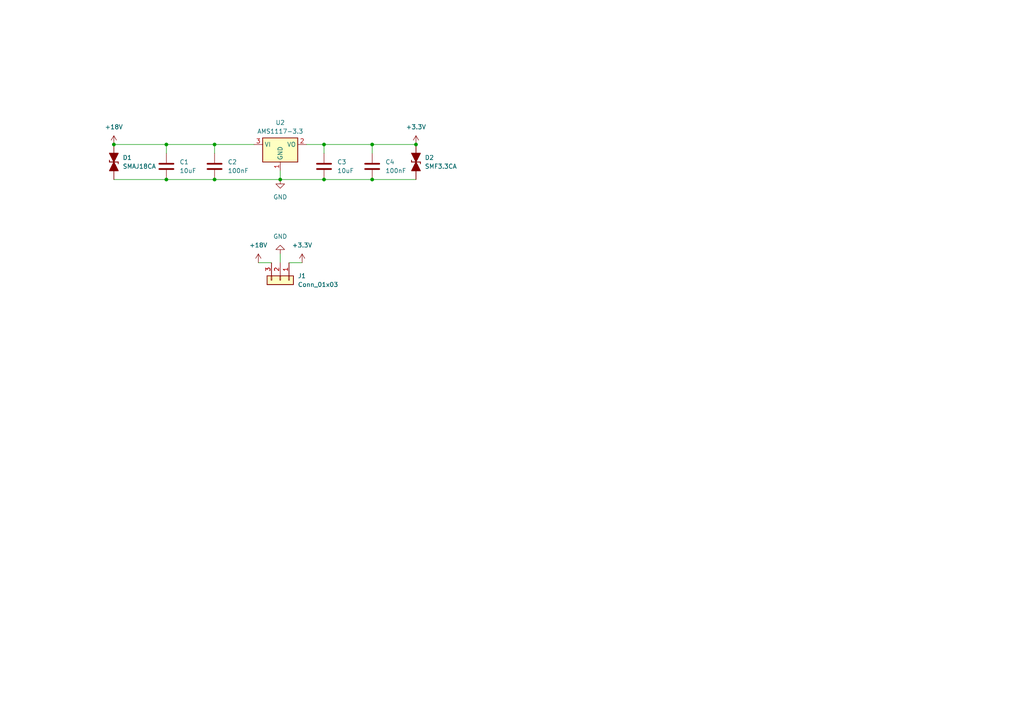
<source format=kicad_sch>
(kicad_sch
	(version 20250114)
	(generator "eeschema")
	(generator_version "9.0")
	(uuid "1df6ae02-d3d4-4e02-9ae3-4242eafe4dc1")
	(paper "A4")
	(lib_symbols
		(symbol "Connector_Generic:Conn_01x03"
			(pin_names
				(offset 1.016)
				(hide yes)
			)
			(exclude_from_sim no)
			(in_bom yes)
			(on_board yes)
			(property "Reference" "J"
				(at 0 5.08 0)
				(effects
					(font
						(size 1.27 1.27)
					)
				)
			)
			(property "Value" "Conn_01x03"
				(at 0 -5.08 0)
				(effects
					(font
						(size 1.27 1.27)
					)
				)
			)
			(property "Footprint" ""
				(at 0 0 0)
				(effects
					(font
						(size 1.27 1.27)
					)
					(hide yes)
				)
			)
			(property "Datasheet" "~"
				(at 0 0 0)
				(effects
					(font
						(size 1.27 1.27)
					)
					(hide yes)
				)
			)
			(property "Description" "Generic connector, single row, 01x03, script generated (kicad-library-utils/schlib/autogen/connector/)"
				(at 0 0 0)
				(effects
					(font
						(size 1.27 1.27)
					)
					(hide yes)
				)
			)
			(property "ki_keywords" "connector"
				(at 0 0 0)
				(effects
					(font
						(size 1.27 1.27)
					)
					(hide yes)
				)
			)
			(property "ki_fp_filters" "Connector*:*_1x??_*"
				(at 0 0 0)
				(effects
					(font
						(size 1.27 1.27)
					)
					(hide yes)
				)
			)
			(symbol "Conn_01x03_1_1"
				(rectangle
					(start -1.27 3.81)
					(end 1.27 -3.81)
					(stroke
						(width 0.254)
						(type default)
					)
					(fill
						(type background)
					)
				)
				(rectangle
					(start -1.27 2.667)
					(end 0 2.413)
					(stroke
						(width 0.1524)
						(type default)
					)
					(fill
						(type none)
					)
				)
				(rectangle
					(start -1.27 0.127)
					(end 0 -0.127)
					(stroke
						(width 0.1524)
						(type default)
					)
					(fill
						(type none)
					)
				)
				(rectangle
					(start -1.27 -2.413)
					(end 0 -2.667)
					(stroke
						(width 0.1524)
						(type default)
					)
					(fill
						(type none)
					)
				)
				(pin passive line
					(at -5.08 2.54 0)
					(length 3.81)
					(name "Pin_1"
						(effects
							(font
								(size 1.27 1.27)
							)
						)
					)
					(number "1"
						(effects
							(font
								(size 1.27 1.27)
							)
						)
					)
				)
				(pin passive line
					(at -5.08 0 0)
					(length 3.81)
					(name "Pin_2"
						(effects
							(font
								(size 1.27 1.27)
							)
						)
					)
					(number "2"
						(effects
							(font
								(size 1.27 1.27)
							)
						)
					)
				)
				(pin passive line
					(at -5.08 -2.54 0)
					(length 3.81)
					(name "Pin_3"
						(effects
							(font
								(size 1.27 1.27)
							)
						)
					)
					(number "3"
						(effects
							(font
								(size 1.27 1.27)
							)
						)
					)
				)
			)
			(embedded_fonts no)
		)
		(symbol "Library:SMF3.3CA"
			(pin_numbers
				(hide yes)
			)
			(pin_names
				(offset 1.016)
				(hide yes)
			)
			(exclude_from_sim no)
			(in_bom yes)
			(on_board yes)
			(property "Reference" "D"
				(at 0 5.08 0)
				(effects
					(font
						(size 1.27 1.27)
					)
				)
			)
			(property "Value" "SMF3.3CA"
				(at 0 2.54 0)
				(effects
					(font
						(size 1.27 1.27)
					)
				)
			)
			(property "Footprint" "PCM_Diode_SMD_AKL:D_SOD-123F"
				(at 0 0 0)
				(effects
					(font
						(size 1.27 1.27)
					)
					(hide yes)
				)
			)
			(property "Datasheet" "https://item.szlcsc.com/48682096.html?fromZone=s_s__%2522SMF3.3CA%2522&spm=sc.gb.xh1.zy.n___sc.it.hd.ss&lcsc_vid=RVRcUVYDElFdXlJeRAALAwJQTwNeBgZeQ1QMUwJSRlQxVlNSQVZWVV1VR1lXVTtW"
				(at 0 0 0)
				(effects
					(font
						(size 1.27 1.27)
					)
					(hide yes)
				)
			)
			(property "Description" "SOD-123F Bidirectional TVS Diode, 5V, 200W, Alternate KiCAD Library"
				(at 0 0 0)
				(effects
					(font
						(size 1.27 1.27)
					)
					(hide yes)
				)
			)
			(property "ki_keywords" "diode TVS bidirectional SMF-CA"
				(at 0 0 0)
				(effects
					(font
						(size 1.27 1.27)
					)
					(hide yes)
				)
			)
			(property "ki_fp_filters" "TO-???* *_Diode_* *SingleDiode* D_*"
				(at 0 0 0)
				(effects
					(font
						(size 1.27 1.27)
					)
					(hide yes)
				)
			)
			(symbol "SMF3.3CA_0_1"
				(polyline
					(pts
						(xy 0 1.27) (xy 0 -1.27)
					)
					(stroke
						(width 0.254)
						(type default)
					)
					(fill
						(type none)
					)
				)
				(polyline
					(pts
						(xy 0 1.27) (xy 0.508 1.27)
					)
					(stroke
						(width 0.254)
						(type default)
					)
					(fill
						(type none)
					)
				)
				(polyline
					(pts
						(xy 0 0) (xy -2.54 1.27) (xy -2.54 -1.27) (xy 0 0)
					)
					(stroke
						(width 0.254)
						(type default)
					)
					(fill
						(type outline)
					)
				)
				(polyline
					(pts
						(xy 0 -1.27) (xy -0.508 -1.27)
					)
					(stroke
						(width 0.254)
						(type default)
					)
					(fill
						(type none)
					)
				)
				(polyline
					(pts
						(xy 1.27 0) (xy -1.27 0)
					)
					(stroke
						(width 0)
						(type default)
					)
					(fill
						(type none)
					)
				)
				(polyline
					(pts
						(xy 2.54 1.27) (xy 2.54 -1.27) (xy 0 0) (xy 2.54 1.27)
					)
					(stroke
						(width 0.254)
						(type default)
					)
					(fill
						(type outline)
					)
				)
			)
			(symbol "SMF3.3CA_0_2"
				(polyline
					(pts
						(xy -3.81 -3.81) (xy 3.81 3.81)
					)
					(stroke
						(width 0)
						(type default)
					)
					(fill
						(type none)
					)
				)
				(polyline
					(pts
						(xy -1.778 -1.778) (xy -2.667 -0.889) (xy 0 0) (xy -0.889 -2.667) (xy -1.778 -1.778)
					)
					(stroke
						(width 0.254)
						(type default)
					)
					(fill
						(type outline)
					)
				)
				(polyline
					(pts
						(xy -0.889 0.889) (xy -1.27 0.508)
					)
					(stroke
						(width 0.254)
						(type default)
					)
					(fill
						(type none)
					)
				)
				(polyline
					(pts
						(xy -0.889 0.889) (xy 0.889 -0.889)
					)
					(stroke
						(width 0.254)
						(type default)
					)
					(fill
						(type none)
					)
				)
				(polyline
					(pts
						(xy 0.889 -0.889) (xy 1.27 -0.508)
					)
					(stroke
						(width 0.254)
						(type default)
					)
					(fill
						(type none)
					)
				)
				(polyline
					(pts
						(xy 1.778 1.778) (xy 2.667 0.889) (xy 0 0) (xy 0.889 2.667) (xy 1.778 1.778)
					)
					(stroke
						(width 0.254)
						(type default)
					)
					(fill
						(type outline)
					)
				)
			)
			(symbol "SMF3.3CA_1_1"
				(pin passive line
					(at -5.08 0 0)
					(length 2.54)
					(name "K"
						(effects
							(font
								(size 1.27 1.27)
							)
						)
					)
					(number "1"
						(effects
							(font
								(size 1.27 1.27)
							)
						)
					)
				)
				(pin passive line
					(at 5.08 0 180)
					(length 2.54)
					(name "A"
						(effects
							(font
								(size 1.27 1.27)
							)
						)
					)
					(number "2"
						(effects
							(font
								(size 1.27 1.27)
							)
						)
					)
				)
			)
			(symbol "SMF3.3CA_1_2"
				(pin passive line
					(at -3.81 -3.81 0)
					(length 0)
					(name "A"
						(effects
							(font
								(size 1.27 1.27)
							)
						)
					)
					(number "2"
						(effects
							(font
								(size 1.27 1.27)
							)
						)
					)
				)
				(pin passive line
					(at 3.81 3.81 180)
					(length 0)
					(name "K"
						(effects
							(font
								(size 1.27 1.27)
							)
						)
					)
					(number "1"
						(effects
							(font
								(size 1.27 1.27)
							)
						)
					)
				)
			)
			(embedded_fonts no)
		)
		(symbol "PCM_Capacitor_US_AKL:C_1206"
			(pin_numbers
				(hide yes)
			)
			(pin_names
				(offset 0.254)
			)
			(exclude_from_sim no)
			(in_bom yes)
			(on_board yes)
			(property "Reference" "C"
				(at 0.635 2.54 0)
				(effects
					(font
						(size 1.27 1.27)
					)
					(justify left)
				)
			)
			(property "Value" "C_1206"
				(at 0.635 -2.54 0)
				(effects
					(font
						(size 1.27 1.27)
					)
					(justify left)
				)
			)
			(property "Footprint" "PCM_Capacitor_SMD_AKL:C_1206_3216Metric"
				(at 0.9652 -3.81 0)
				(effects
					(font
						(size 1.27 1.27)
					)
					(hide yes)
				)
			)
			(property "Datasheet" "~"
				(at 0 0 0)
				(effects
					(font
						(size 1.27 1.27)
					)
					(hide yes)
				)
			)
			(property "Description" "SMD 1206 MLCC capacitor, Alternate KiCad Library"
				(at 0 0 0)
				(effects
					(font
						(size 1.27 1.27)
					)
					(hide yes)
				)
			)
			(property "ki_keywords" "cap capacitor ceramic chip mlcc smd 1206"
				(at 0 0 0)
				(effects
					(font
						(size 1.27 1.27)
					)
					(hide yes)
				)
			)
			(property "ki_fp_filters" "C_*"
				(at 0 0 0)
				(effects
					(font
						(size 1.27 1.27)
					)
					(hide yes)
				)
			)
			(symbol "C_1206_0_1"
				(polyline
					(pts
						(xy -2.032 0.762) (xy 2.032 0.762)
					)
					(stroke
						(width 0.508)
						(type default)
					)
					(fill
						(type none)
					)
				)
				(polyline
					(pts
						(xy -2.032 -0.762) (xy 2.032 -0.762)
					)
					(stroke
						(width 0.508)
						(type default)
					)
					(fill
						(type none)
					)
				)
			)
			(symbol "C_1206_0_2"
				(polyline
					(pts
						(xy -2.54 -2.54) (xy -0.381 -0.381)
					)
					(stroke
						(width 0)
						(type default)
					)
					(fill
						(type none)
					)
				)
				(polyline
					(pts
						(xy -0.508 -0.508) (xy -1.651 0.635)
					)
					(stroke
						(width 0.508)
						(type default)
					)
					(fill
						(type none)
					)
				)
				(polyline
					(pts
						(xy -0.508 -0.508) (xy 0.635 -1.651)
					)
					(stroke
						(width 0.508)
						(type default)
					)
					(fill
						(type none)
					)
				)
				(polyline
					(pts
						(xy 0.381 0.381) (xy 2.54 2.54)
					)
					(stroke
						(width 0)
						(type default)
					)
					(fill
						(type none)
					)
				)
				(polyline
					(pts
						(xy 0.508 0.508) (xy -0.635 1.651)
					)
					(stroke
						(width 0.508)
						(type default)
					)
					(fill
						(type none)
					)
				)
				(polyline
					(pts
						(xy 0.508 0.508) (xy 1.651 -0.635)
					)
					(stroke
						(width 0.508)
						(type default)
					)
					(fill
						(type none)
					)
				)
			)
			(symbol "C_1206_1_1"
				(pin passive line
					(at 0 3.81 270)
					(length 2.794)
					(name "~"
						(effects
							(font
								(size 1.27 1.27)
							)
						)
					)
					(number "1"
						(effects
							(font
								(size 1.27 1.27)
							)
						)
					)
				)
				(pin passive line
					(at 0 -3.81 90)
					(length 2.794)
					(name "~"
						(effects
							(font
								(size 1.27 1.27)
							)
						)
					)
					(number "2"
						(effects
							(font
								(size 1.27 1.27)
							)
						)
					)
				)
			)
			(symbol "C_1206_1_2"
				(pin passive line
					(at -2.54 -2.54 90)
					(length 0)
					(name "~"
						(effects
							(font
								(size 1.27 1.27)
							)
						)
					)
					(number "2"
						(effects
							(font
								(size 1.27 1.27)
							)
						)
					)
				)
				(pin passive line
					(at 2.54 2.54 270)
					(length 0)
					(name "~"
						(effects
							(font
								(size 1.27 1.27)
							)
						)
					)
					(number "1"
						(effects
							(font
								(size 1.27 1.27)
							)
						)
					)
				)
			)
			(embedded_fonts no)
		)
		(symbol "PCM_Diode_TVS_AKL:SMAJ18CA"
			(pin_numbers
				(hide yes)
			)
			(pin_names
				(offset 1.016)
				(hide yes)
			)
			(exclude_from_sim no)
			(in_bom yes)
			(on_board yes)
			(property "Reference" "D"
				(at 0 5.08 0)
				(effects
					(font
						(size 1.27 1.27)
					)
				)
			)
			(property "Value" "SMAJ18CA"
				(at 0 2.54 0)
				(effects
					(font
						(size 1.27 1.27)
					)
				)
			)
			(property "Footprint" "PCM_Diode_SMD_AKL:D_SMA_TVS"
				(at 0 0 0)
				(effects
					(font
						(size 1.27 1.27)
					)
					(hide yes)
				)
			)
			(property "Datasheet" "https://www.tme.eu/Document/dbc72d81c249fe51b6ab42300e8e06d0/SMAJ_ser.pdf"
				(at 0 0 0)
				(effects
					(font
						(size 1.27 1.27)
					)
					(hide yes)
				)
			)
			(property "Description" "SMA Bidirectional TVS Diode, 18V, 400W, Alternate KiCAD Library"
				(at 0 0 0)
				(effects
					(font
						(size 1.27 1.27)
					)
					(hide yes)
				)
			)
			(property "ki_keywords" "diode TVS bidirectional SMAJ-CA"
				(at 0 0 0)
				(effects
					(font
						(size 1.27 1.27)
					)
					(hide yes)
				)
			)
			(property "ki_fp_filters" "TO-???* *_Diode_* *SingleDiode* D_*"
				(at 0 0 0)
				(effects
					(font
						(size 1.27 1.27)
					)
					(hide yes)
				)
			)
			(symbol "SMAJ18CA_0_1"
				(polyline
					(pts
						(xy 0 1.27) (xy 0 -1.27)
					)
					(stroke
						(width 0.254)
						(type default)
					)
					(fill
						(type none)
					)
				)
				(polyline
					(pts
						(xy 0 1.27) (xy 0.508 1.27)
					)
					(stroke
						(width 0.254)
						(type default)
					)
					(fill
						(type none)
					)
				)
				(polyline
					(pts
						(xy 0 0) (xy -2.54 1.27) (xy -2.54 -1.27) (xy 0 0)
					)
					(stroke
						(width 0.254)
						(type default)
					)
					(fill
						(type outline)
					)
				)
				(polyline
					(pts
						(xy 0 -1.27) (xy -0.508 -1.27)
					)
					(stroke
						(width 0.254)
						(type default)
					)
					(fill
						(type none)
					)
				)
				(polyline
					(pts
						(xy 1.27 0) (xy -1.27 0)
					)
					(stroke
						(width 0)
						(type default)
					)
					(fill
						(type none)
					)
				)
				(polyline
					(pts
						(xy 2.54 1.27) (xy 2.54 -1.27) (xy 0 0) (xy 2.54 1.27)
					)
					(stroke
						(width 0.254)
						(type default)
					)
					(fill
						(type outline)
					)
				)
			)
			(symbol "SMAJ18CA_0_2"
				(polyline
					(pts
						(xy -3.81 -3.81) (xy 3.81 3.81)
					)
					(stroke
						(width 0)
						(type default)
					)
					(fill
						(type none)
					)
				)
				(polyline
					(pts
						(xy -1.778 -1.778) (xy -2.667 -0.889) (xy 0 0) (xy -0.889 -2.667) (xy -1.778 -1.778)
					)
					(stroke
						(width 0.254)
						(type default)
					)
					(fill
						(type outline)
					)
				)
				(polyline
					(pts
						(xy -0.889 0.889) (xy -1.27 0.508)
					)
					(stroke
						(width 0.254)
						(type default)
					)
					(fill
						(type none)
					)
				)
				(polyline
					(pts
						(xy -0.889 0.889) (xy 0.889 -0.889)
					)
					(stroke
						(width 0.254)
						(type default)
					)
					(fill
						(type none)
					)
				)
				(polyline
					(pts
						(xy 0.889 -0.889) (xy 1.27 -0.508)
					)
					(stroke
						(width 0.254)
						(type default)
					)
					(fill
						(type none)
					)
				)
				(polyline
					(pts
						(xy 1.778 1.778) (xy 2.667 0.889) (xy 0 0) (xy 0.889 2.667) (xy 1.778 1.778)
					)
					(stroke
						(width 0.254)
						(type default)
					)
					(fill
						(type outline)
					)
				)
			)
			(symbol "SMAJ18CA_1_1"
				(pin passive line
					(at -5.08 0 0)
					(length 2.54)
					(name "K"
						(effects
							(font
								(size 1.27 1.27)
							)
						)
					)
					(number "1"
						(effects
							(font
								(size 1.27 1.27)
							)
						)
					)
				)
				(pin passive line
					(at 5.08 0 180)
					(length 2.54)
					(name "A"
						(effects
							(font
								(size 1.27 1.27)
							)
						)
					)
					(number "2"
						(effects
							(font
								(size 1.27 1.27)
							)
						)
					)
				)
			)
			(symbol "SMAJ18CA_1_2"
				(pin passive line
					(at -3.81 -3.81 0)
					(length 0)
					(name "A"
						(effects
							(font
								(size 1.27 1.27)
							)
						)
					)
					(number "2"
						(effects
							(font
								(size 1.27 1.27)
							)
						)
					)
				)
				(pin passive line
					(at 3.81 3.81 180)
					(length 0)
					(name "K"
						(effects
							(font
								(size 1.27 1.27)
							)
						)
					)
					(number "1"
						(effects
							(font
								(size 1.27 1.27)
							)
						)
					)
				)
			)
			(embedded_fonts no)
		)
		(symbol "Regulator_Linear:AMS1117-3.3"
			(exclude_from_sim no)
			(in_bom yes)
			(on_board yes)
			(property "Reference" "U"
				(at -3.81 3.175 0)
				(effects
					(font
						(size 1.27 1.27)
					)
				)
			)
			(property "Value" "AMS1117-3.3"
				(at 0 3.175 0)
				(effects
					(font
						(size 1.27 1.27)
					)
					(justify left)
				)
			)
			(property "Footprint" "Package_TO_SOT_SMD:SOT-223-3_TabPin2"
				(at 0 5.08 0)
				(effects
					(font
						(size 1.27 1.27)
					)
					(hide yes)
				)
			)
			(property "Datasheet" "http://www.advanced-monolithic.com/pdf/ds1117.pdf"
				(at 2.54 -6.35 0)
				(effects
					(font
						(size 1.27 1.27)
					)
					(hide yes)
				)
			)
			(property "Description" "1A Low Dropout regulator, positive, 3.3V fixed output, SOT-223"
				(at 0 0 0)
				(effects
					(font
						(size 1.27 1.27)
					)
					(hide yes)
				)
			)
			(property "ki_keywords" "linear regulator ldo fixed positive"
				(at 0 0 0)
				(effects
					(font
						(size 1.27 1.27)
					)
					(hide yes)
				)
			)
			(property "ki_fp_filters" "SOT?223*TabPin2*"
				(at 0 0 0)
				(effects
					(font
						(size 1.27 1.27)
					)
					(hide yes)
				)
			)
			(symbol "AMS1117-3.3_0_1"
				(rectangle
					(start -5.08 -5.08)
					(end 5.08 1.905)
					(stroke
						(width 0.254)
						(type default)
					)
					(fill
						(type background)
					)
				)
			)
			(symbol "AMS1117-3.3_1_1"
				(pin power_in line
					(at -7.62 0 0)
					(length 2.54)
					(name "VI"
						(effects
							(font
								(size 1.27 1.27)
							)
						)
					)
					(number "3"
						(effects
							(font
								(size 1.27 1.27)
							)
						)
					)
				)
				(pin power_in line
					(at 0 -7.62 90)
					(length 2.54)
					(name "GND"
						(effects
							(font
								(size 1.27 1.27)
							)
						)
					)
					(number "1"
						(effects
							(font
								(size 1.27 1.27)
							)
						)
					)
				)
				(pin power_out line
					(at 7.62 0 180)
					(length 2.54)
					(name "VO"
						(effects
							(font
								(size 1.27 1.27)
							)
						)
					)
					(number "2"
						(effects
							(font
								(size 1.27 1.27)
							)
						)
					)
				)
			)
			(embedded_fonts no)
		)
		(symbol "power:+12V"
			(power)
			(pin_numbers
				(hide yes)
			)
			(pin_names
				(offset 0)
				(hide yes)
			)
			(exclude_from_sim no)
			(in_bom yes)
			(on_board yes)
			(property "Reference" "#PWR"
				(at 0 -3.81 0)
				(effects
					(font
						(size 1.27 1.27)
					)
					(hide yes)
				)
			)
			(property "Value" "+12V"
				(at 0 3.556 0)
				(effects
					(font
						(size 1.27 1.27)
					)
				)
			)
			(property "Footprint" ""
				(at 0 0 0)
				(effects
					(font
						(size 1.27 1.27)
					)
					(hide yes)
				)
			)
			(property "Datasheet" ""
				(at 0 0 0)
				(effects
					(font
						(size 1.27 1.27)
					)
					(hide yes)
				)
			)
			(property "Description" "Power symbol creates a global label with name \"+12V\""
				(at 0 0 0)
				(effects
					(font
						(size 1.27 1.27)
					)
					(hide yes)
				)
			)
			(property "ki_keywords" "global power"
				(at 0 0 0)
				(effects
					(font
						(size 1.27 1.27)
					)
					(hide yes)
				)
			)
			(symbol "+12V_0_1"
				(polyline
					(pts
						(xy -0.762 1.27) (xy 0 2.54)
					)
					(stroke
						(width 0)
						(type default)
					)
					(fill
						(type none)
					)
				)
				(polyline
					(pts
						(xy 0 2.54) (xy 0.762 1.27)
					)
					(stroke
						(width 0)
						(type default)
					)
					(fill
						(type none)
					)
				)
				(polyline
					(pts
						(xy 0 0) (xy 0 2.54)
					)
					(stroke
						(width 0)
						(type default)
					)
					(fill
						(type none)
					)
				)
			)
			(symbol "+12V_1_1"
				(pin power_in line
					(at 0 0 90)
					(length 0)
					(name "~"
						(effects
							(font
								(size 1.27 1.27)
							)
						)
					)
					(number "1"
						(effects
							(font
								(size 1.27 1.27)
							)
						)
					)
				)
			)
			(embedded_fonts no)
		)
		(symbol "power:+3.3V"
			(power)
			(pin_numbers
				(hide yes)
			)
			(pin_names
				(offset 0)
				(hide yes)
			)
			(exclude_from_sim no)
			(in_bom yes)
			(on_board yes)
			(property "Reference" "#PWR"
				(at 0 -3.81 0)
				(effects
					(font
						(size 1.27 1.27)
					)
					(hide yes)
				)
			)
			(property "Value" "+3.3V"
				(at 0 3.556 0)
				(effects
					(font
						(size 1.27 1.27)
					)
				)
			)
			(property "Footprint" ""
				(at 0 0 0)
				(effects
					(font
						(size 1.27 1.27)
					)
					(hide yes)
				)
			)
			(property "Datasheet" ""
				(at 0 0 0)
				(effects
					(font
						(size 1.27 1.27)
					)
					(hide yes)
				)
			)
			(property "Description" "Power symbol creates a global label with name \"+3.3V\""
				(at 0 0 0)
				(effects
					(font
						(size 1.27 1.27)
					)
					(hide yes)
				)
			)
			(property "ki_keywords" "global power"
				(at 0 0 0)
				(effects
					(font
						(size 1.27 1.27)
					)
					(hide yes)
				)
			)
			(symbol "+3.3V_0_1"
				(polyline
					(pts
						(xy -0.762 1.27) (xy 0 2.54)
					)
					(stroke
						(width 0)
						(type default)
					)
					(fill
						(type none)
					)
				)
				(polyline
					(pts
						(xy 0 2.54) (xy 0.762 1.27)
					)
					(stroke
						(width 0)
						(type default)
					)
					(fill
						(type none)
					)
				)
				(polyline
					(pts
						(xy 0 0) (xy 0 2.54)
					)
					(stroke
						(width 0)
						(type default)
					)
					(fill
						(type none)
					)
				)
			)
			(symbol "+3.3V_1_1"
				(pin power_in line
					(at 0 0 90)
					(length 0)
					(name "~"
						(effects
							(font
								(size 1.27 1.27)
							)
						)
					)
					(number "1"
						(effects
							(font
								(size 1.27 1.27)
							)
						)
					)
				)
			)
			(embedded_fonts no)
		)
		(symbol "power:GND"
			(power)
			(pin_numbers
				(hide yes)
			)
			(pin_names
				(offset 0)
				(hide yes)
			)
			(exclude_from_sim no)
			(in_bom yes)
			(on_board yes)
			(property "Reference" "#PWR"
				(at 0 -6.35 0)
				(effects
					(font
						(size 1.27 1.27)
					)
					(hide yes)
				)
			)
			(property "Value" "GND"
				(at 0 -3.81 0)
				(effects
					(font
						(size 1.27 1.27)
					)
				)
			)
			(property "Footprint" ""
				(at 0 0 0)
				(effects
					(font
						(size 1.27 1.27)
					)
					(hide yes)
				)
			)
			(property "Datasheet" ""
				(at 0 0 0)
				(effects
					(font
						(size 1.27 1.27)
					)
					(hide yes)
				)
			)
			(property "Description" "Power symbol creates a global label with name \"GND\" , ground"
				(at 0 0 0)
				(effects
					(font
						(size 1.27 1.27)
					)
					(hide yes)
				)
			)
			(property "ki_keywords" "global power"
				(at 0 0 0)
				(effects
					(font
						(size 1.27 1.27)
					)
					(hide yes)
				)
			)
			(symbol "GND_0_1"
				(polyline
					(pts
						(xy 0 0) (xy 0 -1.27) (xy 1.27 -1.27) (xy 0 -2.54) (xy -1.27 -1.27) (xy 0 -1.27)
					)
					(stroke
						(width 0)
						(type default)
					)
					(fill
						(type none)
					)
				)
			)
			(symbol "GND_1_1"
				(pin power_in line
					(at 0 0 270)
					(length 0)
					(name "~"
						(effects
							(font
								(size 1.27 1.27)
							)
						)
					)
					(number "1"
						(effects
							(font
								(size 1.27 1.27)
							)
						)
					)
				)
			)
			(embedded_fonts no)
		)
	)
	(junction
		(at 33.02 41.91)
		(diameter 0)
		(color 0 0 0 0)
		(uuid "0be56c7b-0e81-41e7-a7cf-9b4a729366bb")
	)
	(junction
		(at 81.28 52.07)
		(diameter 0)
		(color 0 0 0 0)
		(uuid "37f0bd39-48f0-4a02-b30c-848395584503")
	)
	(junction
		(at 107.95 52.07)
		(diameter 0)
		(color 0 0 0 0)
		(uuid "514833eb-50a9-44fe-916f-294371287c75")
	)
	(junction
		(at 107.95 41.91)
		(diameter 0)
		(color 0 0 0 0)
		(uuid "64aba8ce-fd6c-4491-992c-3b04ebd53f9f")
	)
	(junction
		(at 48.26 52.07)
		(diameter 0)
		(color 0 0 0 0)
		(uuid "6badc462-3549-4c36-8e68-21b0bb8cafde")
	)
	(junction
		(at 93.98 41.91)
		(diameter 0)
		(color 0 0 0 0)
		(uuid "719da37d-a298-4564-bf72-c6c4262e0a9d")
	)
	(junction
		(at 93.98 52.07)
		(diameter 0)
		(color 0 0 0 0)
		(uuid "9042bff0-f34f-427b-85c5-6b9b00f8c2b8")
	)
	(junction
		(at 62.23 52.07)
		(diameter 0)
		(color 0 0 0 0)
		(uuid "93e780b9-2863-4b2b-b297-6be449c23a72")
	)
	(junction
		(at 62.23 41.91)
		(diameter 0)
		(color 0 0 0 0)
		(uuid "9d1d29f1-637e-4e32-bd4e-238eec1c5c0e")
	)
	(junction
		(at 120.65 41.91)
		(diameter 0)
		(color 0 0 0 0)
		(uuid "b8fa3e1b-f2e6-4adb-b381-c72c396e8bae")
	)
	(junction
		(at 48.26 41.91)
		(diameter 0)
		(color 0 0 0 0)
		(uuid "e2d4d540-1b28-4c57-a6ca-376db0bf414f")
	)
	(wire
		(pts
			(xy 88.9 41.91) (xy 93.98 41.91)
		)
		(stroke
			(width 0)
			(type default)
		)
		(uuid "05ac1d29-e7d3-432c-88cf-2f065aa99a93")
	)
	(wire
		(pts
			(xy 48.26 41.91) (xy 62.23 41.91)
		)
		(stroke
			(width 0)
			(type default)
		)
		(uuid "0fe6615d-7d0f-4bd7-87e6-67912a7768d0")
	)
	(wire
		(pts
			(xy 81.28 73.66) (xy 81.28 76.2)
		)
		(stroke
			(width 0)
			(type default)
		)
		(uuid "276cfdbc-7c71-48a6-a7cb-091d947a4b44")
	)
	(wire
		(pts
			(xy 33.02 41.91) (xy 48.26 41.91)
		)
		(stroke
			(width 0)
			(type default)
		)
		(uuid "2c2418c9-d76c-4077-90b4-b4fa14f4dae8")
	)
	(wire
		(pts
			(xy 107.95 52.07) (xy 120.65 52.07)
		)
		(stroke
			(width 0)
			(type default)
		)
		(uuid "3a9006f2-1804-4563-8ac2-ab9854d7055c")
	)
	(wire
		(pts
			(xy 48.26 52.07) (xy 62.23 52.07)
		)
		(stroke
			(width 0)
			(type default)
		)
		(uuid "3fadcb6a-dd90-4bc8-80b0-a3059fa1fb32")
	)
	(wire
		(pts
			(xy 107.95 41.91) (xy 120.65 41.91)
		)
		(stroke
			(width 0)
			(type default)
		)
		(uuid "72f383a0-3587-4727-9bd0-663df02f2aaf")
	)
	(wire
		(pts
			(xy 62.23 41.91) (xy 62.23 44.45)
		)
		(stroke
			(width 0)
			(type default)
		)
		(uuid "7c5bbed0-37b4-461b-83e6-1cf8567c570c")
	)
	(wire
		(pts
			(xy 33.02 52.07) (xy 48.26 52.07)
		)
		(stroke
			(width 0)
			(type default)
		)
		(uuid "7f2cbe72-dcac-4864-8902-a467ee0e6b68")
	)
	(wire
		(pts
			(xy 62.23 41.91) (xy 73.66 41.91)
		)
		(stroke
			(width 0)
			(type default)
		)
		(uuid "861a7793-2ba1-427b-bd6a-76c18a36eee7")
	)
	(wire
		(pts
			(xy 81.28 49.53) (xy 81.28 52.07)
		)
		(stroke
			(width 0)
			(type default)
		)
		(uuid "b252df29-da90-4d60-8a84-b6f813945bad")
	)
	(wire
		(pts
			(xy 93.98 41.91) (xy 107.95 41.91)
		)
		(stroke
			(width 0)
			(type default)
		)
		(uuid "bb2287cb-2197-4c56-b358-48753385a0d0")
	)
	(wire
		(pts
			(xy 74.93 76.2) (xy 78.74 76.2)
		)
		(stroke
			(width 0)
			(type default)
		)
		(uuid "be54df5c-bef3-42ca-8272-d30d4e7f5b9f")
	)
	(wire
		(pts
			(xy 62.23 52.07) (xy 81.28 52.07)
		)
		(stroke
			(width 0)
			(type default)
		)
		(uuid "c19fec5c-7ef7-4d12-a92a-7e81323692e2")
	)
	(wire
		(pts
			(xy 93.98 41.91) (xy 93.98 44.45)
		)
		(stroke
			(width 0)
			(type default)
		)
		(uuid "c85a27d2-8038-49e5-b8dd-2cbab5b727bb")
	)
	(wire
		(pts
			(xy 83.82 76.2) (xy 87.63 76.2)
		)
		(stroke
			(width 0)
			(type default)
		)
		(uuid "ceb15113-566a-4374-9eb5-62585ab0adca")
	)
	(wire
		(pts
			(xy 107.95 41.91) (xy 107.95 44.45)
		)
		(stroke
			(width 0)
			(type default)
		)
		(uuid "cf4710e6-9f1f-47d0-a123-1878a9663cdc")
	)
	(wire
		(pts
			(xy 93.98 52.07) (xy 107.95 52.07)
		)
		(stroke
			(width 0)
			(type default)
		)
		(uuid "efc3acde-0194-4669-b223-6090a94cc0ad")
	)
	(wire
		(pts
			(xy 81.28 52.07) (xy 93.98 52.07)
		)
		(stroke
			(width 0)
			(type default)
		)
		(uuid "f2af7c0b-c7ef-4da2-b1ca-ca446d5b9a43")
	)
	(wire
		(pts
			(xy 48.26 41.91) (xy 48.26 44.45)
		)
		(stroke
			(width 0)
			(type default)
		)
		(uuid "f9714cac-ff9a-4506-b933-dec29543c863")
	)
	(symbol
		(lib_id "PCM_Capacitor_US_AKL:C_1206")
		(at 107.95 48.26 0)
		(unit 1)
		(exclude_from_sim no)
		(in_bom yes)
		(on_board yes)
		(dnp no)
		(fields_autoplaced yes)
		(uuid "232928ec-4543-44fa-9151-c17ecbf974f2")
		(property "Reference" "C4"
			(at 111.76 46.9899 0)
			(effects
				(font
					(size 1.27 1.27)
				)
				(justify left)
			)
		)
		(property "Value" "100nF"
			(at 111.76 49.5299 0)
			(effects
				(font
					(size 1.27 1.27)
				)
				(justify left)
			)
		)
		(property "Footprint" "PCM_Capacitor_SMD_AKL:C_1206_3216Metric"
			(at 108.9152 52.07 0)
			(effects
				(font
					(size 1.27 1.27)
				)
				(hide yes)
			)
		)
		(property "Datasheet" "~"
			(at 107.95 48.26 0)
			(effects
				(font
					(size 1.27 1.27)
				)
				(hide yes)
			)
		)
		(property "Description" "SMD 1206 MLCC capacitor, Alternate KiCad Library"
			(at 107.95 48.26 0)
			(effects
				(font
					(size 1.27 1.27)
				)
				(hide yes)
			)
		)
		(pin "2"
			(uuid "5945e5ad-70a8-4f56-99f5-85fc87fbd9cd")
		)
		(pin "1"
			(uuid "cedff690-39f5-4644-a345-205a86a6e3b2")
		)
		(instances
			(project "HT7333"
				(path "/1df6ae02-d3d4-4e02-9ae3-4242eafe4dc1"
					(reference "C4")
					(unit 1)
				)
			)
		)
	)
	(symbol
		(lib_id "PCM_Diode_TVS_AKL:SMAJ18CA")
		(at 33.02 46.99 90)
		(unit 1)
		(exclude_from_sim no)
		(in_bom yes)
		(on_board yes)
		(dnp no)
		(fields_autoplaced yes)
		(uuid "252aeada-fc9b-4dea-a27a-342105ca6c85")
		(property "Reference" "D1"
			(at 35.56 45.7199 90)
			(effects
				(font
					(size 1.27 1.27)
				)
				(justify right)
			)
		)
		(property "Value" "SMAJ18CA"
			(at 35.56 48.2599 90)
			(effects
				(font
					(size 1.27 1.27)
				)
				(justify right)
			)
		)
		(property "Footprint" "PCM_Diode_SMD_AKL:D_SMA_TVS"
			(at 33.02 46.99 0)
			(effects
				(font
					(size 1.27 1.27)
				)
				(hide yes)
			)
		)
		(property "Datasheet" "https://www.tme.eu/Document/dbc72d81c249fe51b6ab42300e8e06d0/SMAJ_ser.pdf"
			(at 33.02 46.99 0)
			(effects
				(font
					(size 1.27 1.27)
				)
				(hide yes)
			)
		)
		(property "Description" "SMA Bidirectional TVS Diode, 18V, 400W, Alternate KiCAD Library"
			(at 33.02 46.99 0)
			(effects
				(font
					(size 1.27 1.27)
				)
				(hide yes)
			)
		)
		(pin "1"
			(uuid "c677eaff-a3c7-4b73-92e2-6ec25fb7f886")
		)
		(pin "2"
			(uuid "0b01671d-5c5e-4565-8820-de7af6f868f8")
		)
		(instances
			(project ""
				(path "/1df6ae02-d3d4-4e02-9ae3-4242eafe4dc1"
					(reference "D1")
					(unit 1)
				)
			)
		)
	)
	(symbol
		(lib_id "power:+3.3V")
		(at 87.63 76.2 0)
		(unit 1)
		(exclude_from_sim no)
		(in_bom yes)
		(on_board yes)
		(dnp no)
		(fields_autoplaced yes)
		(uuid "2e8b975b-119c-45dc-995b-e688ee0491dd")
		(property "Reference" "#PWR05"
			(at 87.63 80.01 0)
			(effects
				(font
					(size 1.27 1.27)
				)
				(hide yes)
			)
		)
		(property "Value" "+3.3V"
			(at 87.63 71.12 0)
			(effects
				(font
					(size 1.27 1.27)
				)
			)
		)
		(property "Footprint" ""
			(at 87.63 76.2 0)
			(effects
				(font
					(size 1.27 1.27)
				)
				(hide yes)
			)
		)
		(property "Datasheet" ""
			(at 87.63 76.2 0)
			(effects
				(font
					(size 1.27 1.27)
				)
				(hide yes)
			)
		)
		(property "Description" "Power symbol creates a global label with name \"+3.3V\""
			(at 87.63 76.2 0)
			(effects
				(font
					(size 1.27 1.27)
				)
				(hide yes)
			)
		)
		(pin "1"
			(uuid "e457f9d2-f4ce-4959-8e74-1b1750ab6661")
		)
		(instances
			(project ""
				(path "/1df6ae02-d3d4-4e02-9ae3-4242eafe4dc1"
					(reference "#PWR05")
					(unit 1)
				)
			)
		)
	)
	(symbol
		(lib_id "PCM_Capacitor_US_AKL:C_1206")
		(at 48.26 48.26 0)
		(unit 1)
		(exclude_from_sim no)
		(in_bom yes)
		(on_board yes)
		(dnp no)
		(fields_autoplaced yes)
		(uuid "35fcd58a-1490-4b7a-91f4-0733045aae36")
		(property "Reference" "C1"
			(at 52.07 46.9899 0)
			(effects
				(font
					(size 1.27 1.27)
				)
				(justify left)
			)
		)
		(property "Value" "10uF"
			(at 52.07 49.5299 0)
			(effects
				(font
					(size 1.27 1.27)
				)
				(justify left)
			)
		)
		(property "Footprint" "PCM_Capacitor_SMD_AKL:C_1206_3216Metric"
			(at 49.2252 52.07 0)
			(effects
				(font
					(size 1.27 1.27)
				)
				(hide yes)
			)
		)
		(property "Datasheet" "~"
			(at 48.26 48.26 0)
			(effects
				(font
					(size 1.27 1.27)
				)
				(hide yes)
			)
		)
		(property "Description" "SMD 1206 MLCC capacitor, Alternate KiCad Library"
			(at 48.26 48.26 0)
			(effects
				(font
					(size 1.27 1.27)
				)
				(hide yes)
			)
		)
		(pin "2"
			(uuid "6a1a0982-ca59-4f51-883b-617dc0a82d4a")
		)
		(pin "1"
			(uuid "4336eb44-d546-43fb-aa85-2f4d1dd18b01")
		)
		(instances
			(project ""
				(path "/1df6ae02-d3d4-4e02-9ae3-4242eafe4dc1"
					(reference "C1")
					(unit 1)
				)
			)
		)
	)
	(symbol
		(lib_id "Connector_Generic:Conn_01x03")
		(at 81.28 81.28 270)
		(unit 1)
		(exclude_from_sim no)
		(in_bom yes)
		(on_board yes)
		(dnp no)
		(fields_autoplaced yes)
		(uuid "3e358b47-9d5a-4061-be93-1f1ec86b6309")
		(property "Reference" "J1"
			(at 86.36 80.0099 90)
			(effects
				(font
					(size 1.27 1.27)
				)
				(justify left)
			)
		)
		(property "Value" "Conn_01x03"
			(at 86.36 82.5499 90)
			(effects
				(font
					(size 1.27 1.27)
				)
				(justify left)
			)
		)
		(property "Footprint" "Connector_PinHeader_2.54mm:PinHeader_1x03_P2.54mm_Vertical"
			(at 81.28 81.28 0)
			(effects
				(font
					(size 1.27 1.27)
				)
				(hide yes)
			)
		)
		(property "Datasheet" "~"
			(at 81.28 81.28 0)
			(effects
				(font
					(size 1.27 1.27)
				)
				(hide yes)
			)
		)
		(property "Description" "Generic connector, single row, 01x03, script generated (kicad-library-utils/schlib/autogen/connector/)"
			(at 81.28 81.28 0)
			(effects
				(font
					(size 1.27 1.27)
				)
				(hide yes)
			)
		)
		(pin "2"
			(uuid "a6107d92-4171-42e6-a582-cb072380b0ca")
		)
		(pin "1"
			(uuid "8a406607-4b8e-48e0-9d53-ae01a758915b")
		)
		(pin "3"
			(uuid "302ba533-5252-444d-9d8c-fdc990cb25b1")
		)
		(instances
			(project ""
				(path "/1df6ae02-d3d4-4e02-9ae3-4242eafe4dc1"
					(reference "J1")
					(unit 1)
				)
			)
		)
	)
	(symbol
		(lib_id "PCM_Capacitor_US_AKL:C_1206")
		(at 62.23 48.26 0)
		(unit 1)
		(exclude_from_sim no)
		(in_bom yes)
		(on_board yes)
		(dnp no)
		(fields_autoplaced yes)
		(uuid "65dad9bb-d540-42b5-a7e8-22676942662b")
		(property "Reference" "C2"
			(at 66.04 46.9899 0)
			(effects
				(font
					(size 1.27 1.27)
				)
				(justify left)
			)
		)
		(property "Value" "100nF"
			(at 66.04 49.5299 0)
			(effects
				(font
					(size 1.27 1.27)
				)
				(justify left)
			)
		)
		(property "Footprint" "PCM_Capacitor_SMD_AKL:C_1206_3216Metric"
			(at 63.1952 52.07 0)
			(effects
				(font
					(size 1.27 1.27)
				)
				(hide yes)
			)
		)
		(property "Datasheet" "~"
			(at 62.23 48.26 0)
			(effects
				(font
					(size 1.27 1.27)
				)
				(hide yes)
			)
		)
		(property "Description" "SMD 1206 MLCC capacitor, Alternate KiCad Library"
			(at 62.23 48.26 0)
			(effects
				(font
					(size 1.27 1.27)
				)
				(hide yes)
			)
		)
		(pin "2"
			(uuid "2d36c623-82d1-448a-84e7-e7f84ab5f0b5")
		)
		(pin "1"
			(uuid "316d52cb-2755-4f6f-82f9-d2cb23a71406")
		)
		(instances
			(project "HT7333"
				(path "/1df6ae02-d3d4-4e02-9ae3-4242eafe4dc1"
					(reference "C2")
					(unit 1)
				)
			)
		)
	)
	(symbol
		(lib_id "Library:SMF3.3CA")
		(at 120.65 46.99 90)
		(unit 1)
		(exclude_from_sim no)
		(in_bom yes)
		(on_board yes)
		(dnp no)
		(fields_autoplaced yes)
		(uuid "86172d1a-4684-4ac8-814f-ceae49651803")
		(property "Reference" "D2"
			(at 123.19 45.7199 90)
			(effects
				(font
					(size 1.27 1.27)
				)
				(justify right)
			)
		)
		(property "Value" "SMF3.3CA"
			(at 123.19 48.2599 90)
			(effects
				(font
					(size 1.27 1.27)
				)
				(justify right)
			)
		)
		(property "Footprint" "PCM_Diode_SMD_AKL:D_SOD-123F"
			(at 120.65 46.99 0)
			(effects
				(font
					(size 1.27 1.27)
				)
				(hide yes)
			)
		)
		(property "Datasheet" "https://item.szlcsc.com/48682096.html?fromZone=s_s__%2522SMF3.3CA%2522&spm=sc.gb.xh1.zy.n___sc.it.hd.ss&lcsc_vid=RVRcUVYDElFdXlJeRAALAwJQTwNeBgZeQ1QMUwJSRlQxVlNSQVZWVV1VR1lXVTtW"
			(at 120.65 46.99 0)
			(effects
				(font
					(size 1.27 1.27)
				)
				(hide yes)
			)
		)
		(property "Description" "SOD-123F Bidirectional TVS Diode, 5V, 200W, Alternate KiCAD Library"
			(at 120.65 46.99 0)
			(effects
				(font
					(size 1.27 1.27)
				)
				(hide yes)
			)
		)
		(pin "2"
			(uuid "d836897b-c911-40b7-b351-4c1beca91fbb")
		)
		(pin "1"
			(uuid "b6dd5fc6-152b-4936-9092-181aa43b3b70")
		)
		(instances
			(project ""
				(path "/1df6ae02-d3d4-4e02-9ae3-4242eafe4dc1"
					(reference "D2")
					(unit 1)
				)
			)
		)
	)
	(symbol
		(lib_id "power:+3.3V")
		(at 120.65 41.91 0)
		(unit 1)
		(exclude_from_sim no)
		(in_bom yes)
		(on_board yes)
		(dnp no)
		(fields_autoplaced yes)
		(uuid "8fbf0ef5-729d-4a49-b8ff-8eaae5a320b0")
		(property "Reference" "#PWR06"
			(at 120.65 45.72 0)
			(effects
				(font
					(size 1.27 1.27)
				)
				(hide yes)
			)
		)
		(property "Value" "+3.3V"
			(at 120.65 36.83 0)
			(effects
				(font
					(size 1.27 1.27)
				)
			)
		)
		(property "Footprint" ""
			(at 120.65 41.91 0)
			(effects
				(font
					(size 1.27 1.27)
				)
				(hide yes)
			)
		)
		(property "Datasheet" ""
			(at 120.65 41.91 0)
			(effects
				(font
					(size 1.27 1.27)
				)
				(hide yes)
			)
		)
		(property "Description" "Power symbol creates a global label with name \"+3.3V\""
			(at 120.65 41.91 0)
			(effects
				(font
					(size 1.27 1.27)
				)
				(hide yes)
			)
		)
		(pin "1"
			(uuid "4800197d-2cf2-48da-9cc3-dbdfd124d435")
		)
		(instances
			(project "HT7333"
				(path "/1df6ae02-d3d4-4e02-9ae3-4242eafe4dc1"
					(reference "#PWR06")
					(unit 1)
				)
			)
		)
	)
	(symbol
		(lib_id "PCM_Capacitor_US_AKL:C_1206")
		(at 93.98 48.26 0)
		(unit 1)
		(exclude_from_sim no)
		(in_bom yes)
		(on_board yes)
		(dnp no)
		(fields_autoplaced yes)
		(uuid "9b173555-78be-4ff2-ba9d-93a52c1a6bb1")
		(property "Reference" "C3"
			(at 97.79 46.9899 0)
			(effects
				(font
					(size 1.27 1.27)
				)
				(justify left)
			)
		)
		(property "Value" "10uF"
			(at 97.79 49.5299 0)
			(effects
				(font
					(size 1.27 1.27)
				)
				(justify left)
			)
		)
		(property "Footprint" "PCM_Capacitor_SMD_AKL:C_1206_3216Metric"
			(at 94.9452 52.07 0)
			(effects
				(font
					(size 1.27 1.27)
				)
				(hide yes)
			)
		)
		(property "Datasheet" "~"
			(at 93.98 48.26 0)
			(effects
				(font
					(size 1.27 1.27)
				)
				(hide yes)
			)
		)
		(property "Description" "SMD 1206 MLCC capacitor, Alternate KiCad Library"
			(at 93.98 48.26 0)
			(effects
				(font
					(size 1.27 1.27)
				)
				(hide yes)
			)
		)
		(pin "2"
			(uuid "bd86a00d-91df-4218-bc7c-91684d4c3c66")
		)
		(pin "1"
			(uuid "8193f943-3c11-4f90-bf26-03f17f0c9b76")
		)
		(instances
			(project "HT7333"
				(path "/1df6ae02-d3d4-4e02-9ae3-4242eafe4dc1"
					(reference "C3")
					(unit 1)
				)
			)
		)
	)
	(symbol
		(lib_id "power:GND")
		(at 81.28 52.07 0)
		(unit 1)
		(exclude_from_sim no)
		(in_bom yes)
		(on_board yes)
		(dnp no)
		(fields_autoplaced yes)
		(uuid "9e719d0a-1f73-49de-bf32-6b24eab05d8c")
		(property "Reference" "#PWR03"
			(at 81.28 58.42 0)
			(effects
				(font
					(size 1.27 1.27)
				)
				(hide yes)
			)
		)
		(property "Value" "GND"
			(at 81.28 57.15 0)
			(effects
				(font
					(size 1.27 1.27)
				)
			)
		)
		(property "Footprint" ""
			(at 81.28 52.07 0)
			(effects
				(font
					(size 1.27 1.27)
				)
				(hide yes)
			)
		)
		(property "Datasheet" ""
			(at 81.28 52.07 0)
			(effects
				(font
					(size 1.27 1.27)
				)
				(hide yes)
			)
		)
		(property "Description" "Power symbol creates a global label with name \"GND\" , ground"
			(at 81.28 52.07 0)
			(effects
				(font
					(size 1.27 1.27)
				)
				(hide yes)
			)
		)
		(pin "1"
			(uuid "6b9d55c8-3097-4fc9-816c-358d393c623d")
		)
		(instances
			(project "HT7333"
				(path "/1df6ae02-d3d4-4e02-9ae3-4242eafe4dc1"
					(reference "#PWR03")
					(unit 1)
				)
			)
		)
	)
	(symbol
		(lib_id "power:+12V")
		(at 74.93 76.2 0)
		(unit 1)
		(exclude_from_sim no)
		(in_bom yes)
		(on_board yes)
		(dnp no)
		(fields_autoplaced yes)
		(uuid "a6244078-e289-4737-b23c-bf91021543e7")
		(property "Reference" "#PWR07"
			(at 74.93 80.01 0)
			(effects
				(font
					(size 1.27 1.27)
				)
				(hide yes)
			)
		)
		(property "Value" "+18V"
			(at 74.93 71.12 0)
			(effects
				(font
					(size 1.27 1.27)
				)
			)
		)
		(property "Footprint" ""
			(at 74.93 76.2 0)
			(effects
				(font
					(size 1.27 1.27)
				)
				(hide yes)
			)
		)
		(property "Datasheet" ""
			(at 74.93 76.2 0)
			(effects
				(font
					(size 1.27 1.27)
				)
				(hide yes)
			)
		)
		(property "Description" "Power symbol creates a global label with name \"+12V\""
			(at 74.93 76.2 0)
			(effects
				(font
					(size 1.27 1.27)
				)
				(hide yes)
			)
		)
		(pin "1"
			(uuid "d097457f-cf14-4e5e-83d4-2e25f779cebb")
		)
		(instances
			(project "AMS1117-3V3"
				(path "/1df6ae02-d3d4-4e02-9ae3-4242eafe4dc1"
					(reference "#PWR07")
					(unit 1)
				)
			)
		)
	)
	(symbol
		(lib_id "Regulator_Linear:AMS1117-3.3")
		(at 81.28 41.91 0)
		(unit 1)
		(exclude_from_sim no)
		(in_bom yes)
		(on_board yes)
		(dnp no)
		(fields_autoplaced yes)
		(uuid "b9b14143-80ec-4df2-8864-160c4c843133")
		(property "Reference" "U2"
			(at 81.28 35.56 0)
			(effects
				(font
					(size 1.27 1.27)
				)
			)
		)
		(property "Value" "AMS1117-3.3"
			(at 81.28 38.1 0)
			(effects
				(font
					(size 1.27 1.27)
				)
			)
		)
		(property "Footprint" "Package_TO_SOT_SMD:SOT-223-3_TabPin2"
			(at 81.28 36.83 0)
			(effects
				(font
					(size 1.27 1.27)
				)
				(hide yes)
			)
		)
		(property "Datasheet" "http://www.advanced-monolithic.com/pdf/ds1117.pdf"
			(at 83.82 48.26 0)
			(effects
				(font
					(size 1.27 1.27)
				)
				(hide yes)
			)
		)
		(property "Description" "1A Low Dropout regulator, positive, 3.3V fixed output, SOT-223"
			(at 81.28 41.91 0)
			(effects
				(font
					(size 1.27 1.27)
				)
				(hide yes)
			)
		)
		(pin "3"
			(uuid "7d736b94-03cb-4c0c-b0cf-9b23fe080d1c")
		)
		(pin "1"
			(uuid "e746f796-8233-42f0-a8e5-69595f0deeea")
		)
		(pin "2"
			(uuid "253ed0fb-7aea-4da1-8694-aa6fb43c4a6d")
		)
		(instances
			(project ""
				(path "/1df6ae02-d3d4-4e02-9ae3-4242eafe4dc1"
					(reference "U2")
					(unit 1)
				)
			)
		)
	)
	(symbol
		(lib_id "power:+12V")
		(at 33.02 41.91 0)
		(unit 1)
		(exclude_from_sim no)
		(in_bom yes)
		(on_board yes)
		(dnp no)
		(fields_autoplaced yes)
		(uuid "f2f23c18-b5f5-4158-a016-bb1bc4869d98")
		(property "Reference" "#PWR01"
			(at 33.02 45.72 0)
			(effects
				(font
					(size 1.27 1.27)
				)
				(hide yes)
			)
		)
		(property "Value" "+18V"
			(at 33.02 36.83 0)
			(effects
				(font
					(size 1.27 1.27)
				)
			)
		)
		(property "Footprint" ""
			(at 33.02 41.91 0)
			(effects
				(font
					(size 1.27 1.27)
				)
				(hide yes)
			)
		)
		(property "Datasheet" ""
			(at 33.02 41.91 0)
			(effects
				(font
					(size 1.27 1.27)
				)
				(hide yes)
			)
		)
		(property "Description" "Power symbol creates a global label with name \"+12V\""
			(at 33.02 41.91 0)
			(effects
				(font
					(size 1.27 1.27)
				)
				(hide yes)
			)
		)
		(pin "1"
			(uuid "c49f1204-7d06-49c9-9ea4-369a8339a58a")
		)
		(instances
			(project "HT7333"
				(path "/1df6ae02-d3d4-4e02-9ae3-4242eafe4dc1"
					(reference "#PWR01")
					(unit 1)
				)
			)
		)
	)
	(symbol
		(lib_id "power:GND")
		(at 81.28 73.66 180)
		(unit 1)
		(exclude_from_sim no)
		(in_bom yes)
		(on_board yes)
		(dnp no)
		(fields_autoplaced yes)
		(uuid "fa7f3447-7adb-4a81-a7c1-226a8f26c6ac")
		(property "Reference" "#PWR04"
			(at 81.28 67.31 0)
			(effects
				(font
					(size 1.27 1.27)
				)
				(hide yes)
			)
		)
		(property "Value" "GND"
			(at 81.28 68.58 0)
			(effects
				(font
					(size 1.27 1.27)
				)
			)
		)
		(property "Footprint" ""
			(at 81.28 73.66 0)
			(effects
				(font
					(size 1.27 1.27)
				)
				(hide yes)
			)
		)
		(property "Datasheet" ""
			(at 81.28 73.66 0)
			(effects
				(font
					(size 1.27 1.27)
				)
				(hide yes)
			)
		)
		(property "Description" "Power symbol creates a global label with name \"GND\" , ground"
			(at 81.28 73.66 0)
			(effects
				(font
					(size 1.27 1.27)
				)
				(hide yes)
			)
		)
		(pin "1"
			(uuid "df3c6164-2bff-450f-983d-ade21b53e212")
		)
		(instances
			(project ""
				(path "/1df6ae02-d3d4-4e02-9ae3-4242eafe4dc1"
					(reference "#PWR04")
					(unit 1)
				)
			)
		)
	)
	(sheet_instances
		(path "/"
			(page "1")
		)
	)
	(embedded_fonts no)
)

</source>
